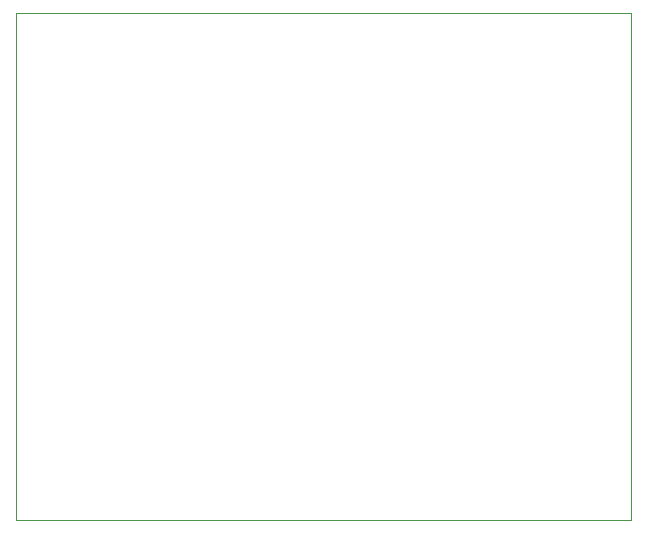
<source format=gbr>
G04 #@! TF.FileFunction,Profile,NP*
%FSLAX46Y46*%
G04 Gerber Fmt 4.6, Leading zero omitted, Abs format (unit mm)*
G04 Created by KiCad (PCBNEW 4.0.7) date 01/29/18 16:59:17*
%MOMM*%
%LPD*%
G01*
G04 APERTURE LIST*
%ADD10C,0.100000*%
G04 APERTURE END LIST*
D10*
X121158000Y-16510000D02*
X121539000Y-16510000D01*
X121158000Y-59436000D02*
X121158000Y-16510000D01*
X173228000Y-59436000D02*
X121158000Y-59436000D01*
X173228000Y-16510000D02*
X173228000Y-59436000D01*
X121539000Y-16510000D02*
X173228000Y-16510000D01*
M02*

</source>
